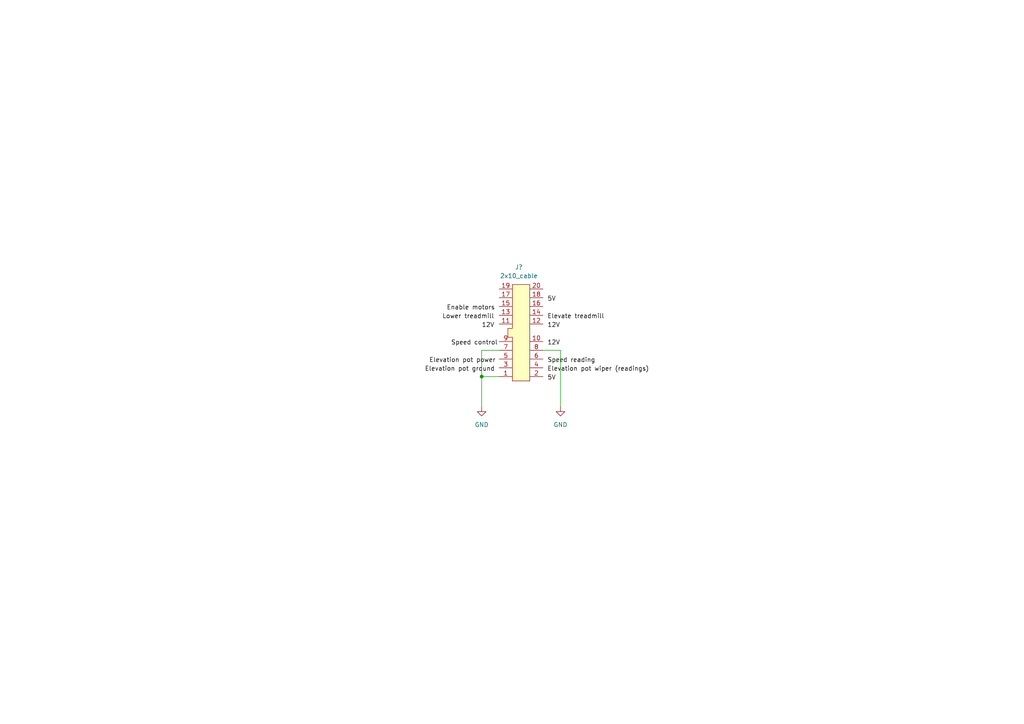
<source format=kicad_sch>
(kicad_sch (version 20211123) (generator eeschema)
  (paper "A4")
  (lib_symbols
    (symbol "Treadmill:2x10_cable" (pin_names (offset 1.016) hide)
      (property "Reference" "J" (at 0 16.51 0))
      (property "Value" "2x10_cable" (at 0 -16.51 0))
      (symbol "2x10_cable_0_1"
        (polyline (pts (xy -3.81 1.27) (xy -3.81 -1.27) (xy -2.54 -1.27) (xy -2.54 -13.97) (xy 2.54 -13.97) (xy 2.54 13.97) (xy -2.54 13.97) (xy -2.54 1.27) (xy -3.81 1.27)) (fill (type background)))
      )
      (symbol "2x10_cable_1_1"
        (pin passive line (at -6.35 -12.7 0) (length 3.81) (name "Pin_1") (number "1"))
        (pin passive line (at 6.35 -2.54 180) (length 3.81) (name "Pin_10") (number "10"))
        (pin passive line (at -6.35 2.54 0) (length 3.81) (name "Pin_11") (number "11"))
        (pin passive line (at 6.35 2.54 180) (length 3.81) (name "Pin_12") (number "12"))
        (pin passive line (at -6.35 5.08 0) (length 3.81) (name "Pin_13") (number "13"))
        (pin passive line (at 6.35 5.08 180) (length 3.81) (name "Pin_14") (number "14"))
        (pin passive line (at -6.35 7.62 0) (length 3.81) (name "Pin_15") (number "15"))
        (pin passive line (at 6.35 7.62 180) (length 3.81) (name "Pin_16") (number "16"))
        (pin passive line (at -6.35 10.16 0) (length 3.81) (name "Pin_17") (number "17"))
        (pin passive line (at 6.35 10.16 180) (length 3.81) (name "Pin_18") (number "18"))
        (pin passive line (at -6.35 12.7 0) (length 3.81) (name "Pin_19") (number "19"))
        (pin passive line (at 6.35 -12.7 180) (length 3.81) (name "Pin_2") (number "2"))
        (pin passive line (at 6.35 12.7 180) (length 3.81) (name "Pin_20") (number "20"))
        (pin passive line (at -6.35 -10.16 0) (length 3.81) (name "Pin_3") (number "3"))
        (pin passive line (at 6.35 -10.16 180) (length 3.81) (name "Pin_4") (number "4"))
        (pin passive line (at -6.35 -7.62 0) (length 3.81) (name "Pin_5") (number "5"))
        (pin passive line (at 6.35 -7.62 180) (length 3.81) (name "Pin_6") (number "6"))
        (pin passive line (at -6.35 -5.08 0) (length 3.81) (name "Pin_7") (number "7"))
        (pin passive line (at 6.35 -5.08 180) (length 3.81) (name "Pin_8") (number "8"))
        (pin passive line (at -6.35 -2.54 0) (length 3.81) (name "Pin_9") (number "9"))
      )
    )
    (symbol "power:GND" (power) (pin_names (offset 0))
      (property "Value" "GND" (at 0 -3.81 0))
      (symbol "GND_0_1"
        (polyline (pts (xy 0 0) (xy 0 -1.27) (xy 1.27 -1.27) (xy 0 -2.54) (xy -1.27 -1.27) (xy 0 -1.27)))
      )
      (symbol "GND_1_1"
        (pin power_in line (at 0 0 270) (length 0) hide (name "GND") (number "1"))
      )
    )
  )
  (junction (at 139.7 109.22))
  (wire (pts (xy 144.78 109.22) (xy 139.7 109.22)))
  (wire (pts (xy 139.7 109.22) (xy 139.7 118.11)))
  (wire (pts (xy 162.56 101.6) (xy 162.56 118.11)))
  (wire (pts (xy 157.48 101.6) (xy 162.56 101.6)))
  (wire (pts (xy 139.7 101.6) (xy 139.7 109.22)))
  (wire (pts (xy 144.78 101.6) (xy 139.7 101.6)))
  (label "12V" (at 139.7 95.25 0))
  (label "Lower treadmill" (at 128.27 92.71 0))
  (label "Elevation pot wiper (readings)" (at 158.75 107.95 0))
  (label "Elevation pot ground" (at 123.19 107.95 0))
  (label "12V" (at 158.75 95.25 0))
  (label "Speed reading" (at 158.75 105.41 0))
  (label "Elevate treadmill" (at 158.75 92.71 0))
  (label "12V" (at 158.75 100.33 0))
  (label "Elevation pot power" (at 124.46 105.41 0))
  (label "5V" (at 158.75 110.49 0))
  (label "Enable motors" (at 129.54 90.17 0))
  (label "Speed control" (at 130.81 100.33 0))
  (label "5V" (at 158.75 87.63 0))
  (symbol (lib_id "power:GND") (at 162.56 118.11 0) (unit 1)
    (property "Reference" "#PWR?" (effects hide))
    (property "Value" "GND" (at 162.56 123.19 0))
  )
  (symbol (lib_id "power:GND") (at 139.7 118.11 0) (unit 1)
    (property "Reference" "#PWR?" (effects hide))
    (property "Value" "GND" (at 139.7 123.19 0))
  )
  (symbol (lib_id "Treadmill:2x10_cable") (at 151.13 96.52 0) (unit 1)
    (property "Reference" "J?" (at 150.495 77.47 0))
    (property "Value" "2x10_cable" (at 150.495 80.01 0))
  )
)
</source>
